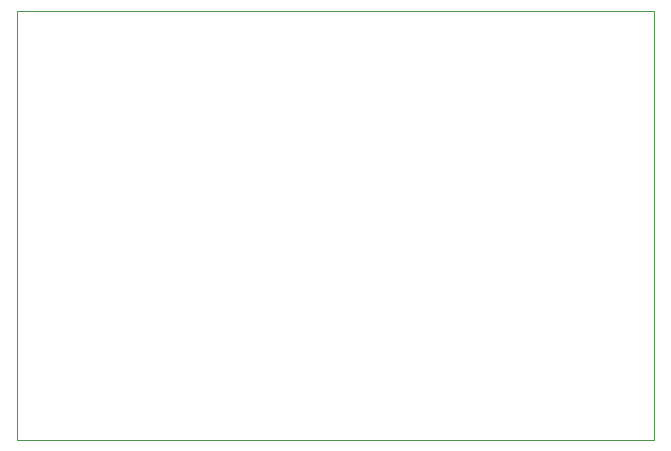
<source format=gbr>
G04 #@! TF.GenerationSoftware,KiCad,Pcbnew,(6.0.5)*
G04 #@! TF.CreationDate,2022-05-08T20:16:57+02:00*
G04 #@! TF.ProjectId,Zasilacz_5V_impulsowy,5a617369-6c61-4637-9a5f-35565f696d70,rev?*
G04 #@! TF.SameCoordinates,Original*
G04 #@! TF.FileFunction,Profile,NP*
%FSLAX46Y46*%
G04 Gerber Fmt 4.6, Leading zero omitted, Abs format (unit mm)*
G04 Created by KiCad (PCBNEW (6.0.5)) date 2022-05-08 20:16:57*
%MOMM*%
%LPD*%
G01*
G04 APERTURE LIST*
G04 #@! TA.AperFunction,Profile*
%ADD10C,0.100000*%
G04 #@! TD*
G04 APERTURE END LIST*
D10*
X80000000Y-95000000D02*
X134000000Y-95000000D01*
X134000000Y-95000000D02*
X134000000Y-131300000D01*
X134000000Y-131300000D02*
X80000000Y-131300000D01*
X80000000Y-131300000D02*
X80000000Y-95000000D01*
M02*

</source>
